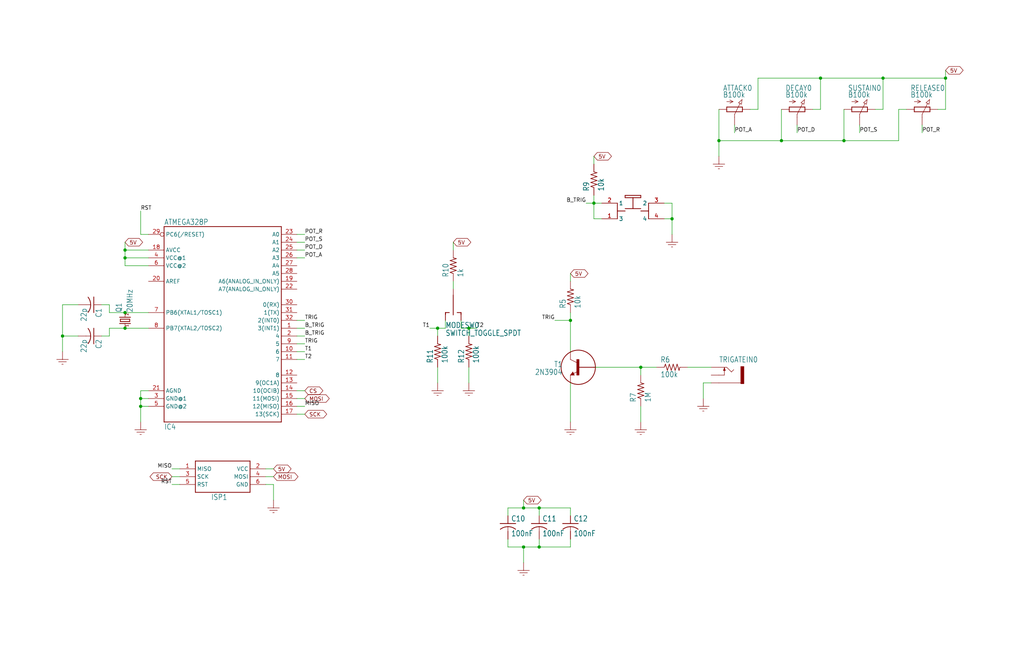
<source format=kicad_sch>
(kicad_sch (version 20230121) (generator eeschema)
  (paper "User" 332.842 210.007)
  (lib_symbols
    (symbol "Pure ADSR-eagle-import:CAPACITOR-USC0805"
      (property "Reference" "C" (at 1.016 0.635 0))
      (symbol "CAPACITOR-USC0805_1_0"
        (arc (start 0 -1.0161) (mid -1.302 -1.2303) (end -2.4668 -1.8504) (stroke (width 0.254)))
        (polyline (pts (xy -2.54 0) (xy 2.54 0)) (stroke (width 0.254)))
        (polyline (pts (xy 0 -1.0161) (xy 0 -2.54)) (stroke (width 0.1524)))
        (polyline (pts (xy 0 -1.016) (xy 0 -1.0161)) (stroke (width 0.1524)))
        (arc (start 2.4892 -1.8541) (mid 1.3158 -1.2194) (end 0 -1) (stroke (width 0.254)))
        (pin passive line (at 0 2.54 270) (length 2.54) (name "1") (number "1"))
        (pin passive line (at 0 -5.08 90) (length 2.54) (name "2") (number "2"))
      )
    )
    (symbol "Pure ADSR-eagle-import:CRYSTALHC49UP"
      (property "Reference" "Q" (at 2.54 1.016 0))
      (symbol "CRYSTALHC49UP_1_0"
        (polyline (pts (xy -2.54 0) (xy -1.016 0)) (stroke (width 0.1524)))
        (polyline (pts (xy -1.016 1.778) (xy -1.016 -1.778)) (stroke (width 0.254)))
        (polyline (pts (xy -0.381 -1.524) (xy 0.381 -1.524)) (stroke (width 0.254)))
        (polyline (pts (xy -0.381 1.524) (xy -0.381 -1.524)) (stroke (width 0.254)))
        (polyline (pts (xy 0.381 -1.524) (xy 0.381 1.524)) (stroke (width 0.254)))
        (polyline (pts (xy 0.381 1.524) (xy -0.381 1.524)) (stroke (width 0.254)))
        (polyline (pts (xy 1.016 0) (xy 2.54 0)) (stroke (width 0.1524)))
        (polyline (pts (xy 1.016 1.778) (xy 1.016 -1.778)) (stroke (width 0.254)))
        (text "1" (at -2.159 -1.143 0) (effects (font (size 0.8636 0.734)) (justify left bottom)))
        (text "2" (at 1.524 -1.143 0) (effects (font (size 0.8636 0.734)) (justify left bottom)))
        (pin passive line (at -2.54 0 0) (length 0) (name "1") (number "1"))
        (pin passive line (at 2.54 0 180) (length 0) (name "2") (number "2"))
      )
    )
    (symbol "Pure ADSR-eagle-import:GND" (power)
      (symbol "GND_1_0"
        (polyline (pts (xy -1.905 -2.54) (xy 0 -2.54)) (stroke (width 0.1524)))
        (polyline (pts (xy -1.27 -3.302) (xy 1.27 -3.302)) (stroke (width 0.1524)))
        (polyline (pts (xy 0 -2.54) (xy 1.905 -2.54)) (stroke (width 0.1524)))
        (polyline (pts (xy 0.254 -4.064) (xy -0.254 -4.064)) (stroke (width 0.1524)))
        (pin power_in line (at 0 0 270) (length 2.54) (name "GND") (number "1"))
      )
    )
    (symbol "Pure ADSR-eagle-import:HEADER2X3-6"
      (property "Reference" "ISP" (at -2.54 -7.62 0))
      (symbol "HEADER2X3-6_1_0"
        (polyline (pts (xy -7.62 -5.08) (xy -7.62 5.08)) (stroke (width 0.254)))
        (polyline (pts (xy -7.62 5.08) (xy 10.16 5.08)) (stroke (width 0.254)))
        (polyline (pts (xy 10.16 -5.08) (xy -7.62 -5.08)) (stroke (width 0.254)))
        (polyline (pts (xy 10.16 5.08) (xy 10.16 -5.08)) (stroke (width 0.254)))
        (pin input line (at -12.7 2.54 0) (length 5.08) (name "MISO") (number "1"))
        (pin power_in line (at 15.24 2.54 180) (length 5.08) (name "VCC") (number "2"))
        (pin output line (at -12.7 0 0) (length 5.08) (name "SCK") (number "3"))
        (pin output line (at 15.24 0 180) (length 5.08) (name "MOSI") (number "4"))
        (pin output line (at -12.7 -2.54 0) (length 5.08) (name "RST") (number "5"))
        (pin power_in line (at 15.24 -2.54 180) (length 5.08) (name "GND") (number "6"))
      )
    )
    (symbol "Pure ADSR-eagle-import:MICROPROCESSOR_ATMEGA328_SMT"
      (property "Reference" "IC" (at -17.78 -38.1 0))
      (symbol "MICROPROCESSOR_ATMEGA328_SMT_1_0"
        (polyline (pts (xy -17.78 -35.56) (xy -17.78 27.94)) (stroke (width 0.254)))
        (polyline (pts (xy -17.78 27.94) (xy 20.32 27.94)) (stroke (width 0.254)))
        (polyline (pts (xy 20.32 -35.56) (xy -17.78 -35.56)) (stroke (width 0.254)))
        (polyline (pts (xy 20.32 27.94) (xy 20.32 -35.56)) (stroke (width 0.254)))
        (pin bidirectional line (at 25.4 -5.08 180) (length 5.08) (name "3(INT1)") (number "1"))
        (pin bidirectional line (at 25.4 -12.7 180) (length 5.08) (name "6") (number "10"))
        (pin bidirectional line (at 25.4 -15.24 180) (length 5.08) (name "7") (number "11"))
        (pin bidirectional line (at 25.4 -20.32 180) (length 5.08) (name "8") (number "12"))
        (pin bidirectional line (at 25.4 -22.86 180) (length 5.08) (name "9(OC1A)") (number "13"))
        (pin bidirectional line (at 25.4 -25.4 180) (length 5.08) (name "10(OCIB)") (number "14"))
        (pin bidirectional line (at 25.4 -27.94 180) (length 5.08) (name "11(MOSI)") (number "15"))
        (pin bidirectional line (at 25.4 -30.48 180) (length 5.08) (name "12(MISO)") (number "16"))
        (pin bidirectional line (at 25.4 -33.02 180) (length 5.08) (name "13(SCK)") (number "17"))
        (pin bidirectional line (at -22.86 20.32 0) (length 5.08) (name "AVCC") (number "18"))
        (pin bidirectional line (at 25.4 10.16 180) (length 5.08) (name "A6(ANALOG_IN_ONLY)") (number "19"))
        (pin bidirectional line (at 25.4 -7.62 180) (length 5.08) (name "4") (number "2"))
        (pin bidirectional line (at -22.86 10.16 0) (length 5.08) (name "AREF") (number "20"))
        (pin bidirectional line (at -22.86 -25.4 0) (length 5.08) (name "AGND") (number "21"))
        (pin bidirectional line (at 25.4 7.62 180) (length 5.08) (name "A7(ANALOG_IN_ONLY)") (number "22"))
        (pin bidirectional line (at 25.4 25.4 180) (length 5.08) (name "A0") (number "23"))
        (pin bidirectional line (at 25.4 22.86 180) (length 5.08) (name "A1") (number "24"))
        (pin bidirectional line (at 25.4 20.32 180) (length 5.08) (name "A2") (number "25"))
        (pin bidirectional line (at 25.4 17.78 180) (length 5.08) (name "A3") (number "26"))
        (pin bidirectional line (at 25.4 15.24 180) (length 5.08) (name "A4") (number "27"))
        (pin bidirectional line (at 25.4 12.7 180) (length 5.08) (name "A5") (number "28"))
        (pin bidirectional inverted (at -22.86 25.4 0) (length 5.08) (name "PC6(/RESET)") (number "29"))
        (pin bidirectional line (at -22.86 -27.94 0) (length 5.08) (name "GND@1") (number "3"))
        (pin bidirectional line (at 25.4 2.54 180) (length 5.08) (name "0(RX)") (number "30"))
        (pin bidirectional line (at 25.4 0 180) (length 5.08) (name "1(TX)") (number "31"))
        (pin bidirectional line (at 25.4 -2.54 180) (length 5.08) (name "2(INT0)") (number "32"))
        (pin bidirectional line (at -22.86 17.78 0) (length 5.08) (name "VCC@1") (number "4"))
        (pin bidirectional line (at -22.86 -30.48 0) (length 5.08) (name "GND@2") (number "5"))
        (pin bidirectional line (at -22.86 15.24 0) (length 5.08) (name "VCC@2") (number "6"))
        (pin bidirectional line (at -22.86 0 0) (length 5.08) (name "PB6(XTAL1/TOSC1)") (number "7"))
        (pin bidirectional line (at -22.86 -5.08 0) (length 5.08) (name "PB7(XTAL2/TOSC2)") (number "8"))
        (pin bidirectional line (at 25.4 -10.16 180) (length 5.08) (name "5") (number "9"))
      )
    )
    (symbol "Pure ADSR-eagle-import:RESISTOR_USR0805"
      (property "Reference" "R" (at -3.81 1.4986 0))
      (symbol "RESISTOR_USR0805_1_0"
        (polyline (pts (xy -2.54 0) (xy -2.159 1.016)) (stroke (width 0.2032)))
        (polyline (pts (xy -2.159 1.016) (xy -1.524 -1.016)) (stroke (width 0.2032)))
        (polyline (pts (xy -1.524 -1.016) (xy -0.889 1.016)) (stroke (width 0.2032)))
        (polyline (pts (xy -0.889 1.016) (xy -0.254 -1.016)) (stroke (width 0.2032)))
        (polyline (pts (xy -0.254 -1.016) (xy 0.381 1.016)) (stroke (width 0.2032)))
        (polyline (pts (xy 0.381 1.016) (xy 1.016 -1.016)) (stroke (width 0.2032)))
        (polyline (pts (xy 1.016 -1.016) (xy 1.651 1.016)) (stroke (width 0.2032)))
        (polyline (pts (xy 1.651 1.016) (xy 2.286 -1.016)) (stroke (width 0.2032)))
        (polyline (pts (xy 2.286 -1.016) (xy 2.54 0)) (stroke (width 0.2032)))
        (pin passive line (at -5.08 0 0) (length 2.54) (name "1") (number "1"))
        (pin passive line (at 5.08 0 180) (length 2.54) (name "2") (number "2"))
      )
    )
    (symbol "Pure ADSR-eagle-import:RESISTOR_VARIABLE9MM_POT"
      (property "Reference" "VR" (at -3.81 5.969 0))
      (symbol "RESISTOR_VARIABLE9MM_POT_1_0"
        (polyline (pts (xy -2.54 -0.762) (xy 2.54 -0.762)) (stroke (width 0.254)))
        (polyline (pts (xy -2.54 0.762) (xy -2.54 -0.762)) (stroke (width 0.254)))
        (polyline (pts (xy -2.54 2.54) (xy -0.508 2.54)) (stroke (width 0.1524)))
        (polyline (pts (xy -0.508 2.54) (xy -1.524 2.032)) (stroke (width 0.1524)))
        (polyline (pts (xy -0.508 2.54) (xy -1.524 3.048)) (stroke (width 0.1524)))
        (polyline (pts (xy 0 -2.54) (xy 0 -1.651)) (stroke (width 0.1524)))
        (polyline (pts (xy 0 -1.651) (xy 1.7526 1.8796)) (stroke (width 0.1524)))
        (polyline (pts (xy 1.2939 2.1597) (xy 2.2352 1.7018)) (stroke (width 0.1524)))
        (polyline (pts (xy 1.2939 2.1597) (xy 2.4495 3.1989)) (stroke (width 0.1524)))
        (polyline (pts (xy 2.4495 3.1989) (xy 2.2352 1.7018)) (stroke (width 0.1524)))
        (polyline (pts (xy 2.54 -0.762) (xy 2.54 0.762)) (stroke (width 0.254)))
        (polyline (pts (xy 2.54 0.762) (xy -2.54 0.762)) (stroke (width 0.254)))
        (pin passive line (at -5.08 0 0) (length 2.54) (name "1") (number "P$1"))
        (pin passive line (at 0 -5.08 90) (length 2.54) (name "2") (number "P$2"))
        (pin passive line (at 5.08 0 180) (length 2.54) (name "3") (number "P$3"))
      )
    )
    (symbol "Pure ADSR-eagle-import:SOCKET_MONO_3.5MMPJ301M-12"
      (property "Reference" "JK" (at -2.54 4.064 0))
      (symbol "SOCKET_MONO_3.5MMPJ301M-12_1_0"
        (polyline (pts (xy -2.54 -2.54) (xy 4.572 -2.54)) (stroke (width 0.1524)))
        (polyline (pts (xy -2.54 0) (xy -0.762 0)) (stroke (width 0.1524)))
        (polyline (pts (xy -2.54 2.54) (xy 0 2.54)) (stroke (width 0.1524)))
        (polyline (pts (xy -1.016 1.524) (xy -0.508 1.524)) (stroke (width 0.254)))
        (polyline (pts (xy -0.762 0) (xy -0.762 2.286)) (stroke (width 0.1524)))
        (polyline (pts (xy -0.762 2.286) (xy -1.016 1.524)) (stroke (width 0.254)))
        (polyline (pts (xy -0.508 1.524) (xy -0.762 2.286)) (stroke (width 0.254)))
        (polyline (pts (xy 0 2.54) (xy 1.524 1.016)) (stroke (width 0.1524)))
        (polyline (pts (xy 1.524 1.016) (xy 2.286 1.778)) (stroke (width 0.1524)))
        (rectangle (start 4.572 2.794) (end 5.588 -2.794) (fill (type outline)))
        (pin passive line (at -5.08 -2.54 0) (length 2.54) (name "SLEEVE") (number "GND"))
        (pin passive line (at -5.08 0 0) (length 2.54) (name "SWITCH") (number "NORM"))
        (pin passive line (at -5.08 2.54 0) (length 2.54) (name "TIP") (number "TIP"))
      )
    )
    (symbol "Pure ADSR-eagle-import:SWITCH_PUSHBUTTON_LED"
      (symbol "SWITCH_PUSHBUTTON_LED_1_0"
        (polyline (pts (xy -5.08 -2.54) (xy -5.08 -5.08)) (stroke (width 0.254)))
        (polyline (pts (xy -5.08 -2.54) (xy -2.54 -2.54)) (stroke (width 0.254)))
        (polyline (pts (xy -5.08 0) (xy -5.08 -2.54)) (stroke (width 0.254)))
        (polyline (pts (xy -2.54 -1.778) (xy 0 -1.778)) (stroke (width 0.254)))
        (polyline (pts (xy -2.54 1.778) (xy 0 1.778)) (stroke (width 0.254)))
        (polyline (pts (xy -2.54 2.54) (xy -2.54 1.778)) (stroke (width 0.254)))
        (polyline (pts (xy 0 -1.778) (xy 0 1.778)) (stroke (width 0.254)))
        (polyline (pts (xy 0 -1.778) (xy 2.54 -1.778)) (stroke (width 0.254)))
        (polyline (pts (xy 0 1.778) (xy 2.54 1.778)) (stroke (width 0.254)))
        (polyline (pts (xy 2.54 -2.54) (xy 5.08 -2.54)) (stroke (width 0.254)))
        (polyline (pts (xy 2.54 1.778) (xy 2.54 2.54)) (stroke (width 0.254)))
        (polyline (pts (xy 2.54 2.54) (xy -2.54 2.54)) (stroke (width 0.254)))
        (polyline (pts (xy 5.08 -2.54) (xy 5.08 -5.08)) (stroke (width 0.254)))
        (polyline (pts (xy 5.08 0) (xy 5.08 -2.54)) (stroke (width 0.254)))
        (pin bidirectional line (at -10.16 -5.08 0) (length 5.08) (name "3") (number "1"))
        (pin bidirectional line (at -10.16 0 0) (length 5.08) (name "1") (number "2"))
        (pin bidirectional line (at 10.16 0 180) (length 5.08) (name "2") (number "3"))
        (pin bidirectional line (at 10.16 -5.08 180) (length 5.08) (name "4") (number "4"))
      )
      (symbol "SWITCH_PUSHBUTTON_LED_2_0"
        (polyline (pts (xy -2.032 -0.762) (xy -3.429 -2.159)) (stroke (width 0.1524)))
        (polyline (pts (xy -1.905 -1.905) (xy -3.302 -3.302)) (stroke (width 0.1524)))
        (polyline (pts (xy 0 -2.54) (xy -1.27 -2.54)) (stroke (width 0.254)))
        (polyline (pts (xy 0 -2.54) (xy -1.27 0)) (stroke (width 0.254)))
        (polyline (pts (xy 0 0) (xy -1.27 0)) (stroke (width 0.254)))
        (polyline (pts (xy 0 0) (xy 0 -2.54)) (stroke (width 0.1524)))
        (polyline (pts (xy 1.27 -2.54) (xy 0 -2.54)) (stroke (width 0.254)))
        (polyline (pts (xy 1.27 0) (xy 0 -2.54)) (stroke (width 0.254)))
        (polyline (pts (xy 1.27 0) (xy 0 0)) (stroke (width 0.254)))
        (polyline (pts (xy -3.429 -2.159) (xy -3.048 -1.27) (xy -2.54 -1.778)) (stroke (width 0.1524)) (fill (type outline)))
        (polyline (pts (xy -3.302 -3.302) (xy -2.921 -2.413) (xy -2.413 -2.921)) (stroke (width 0.1524)) (fill (type outline)))
        (pin passive line (at 0 2.54 270) (length 2.54) (name "A") (number "A"))
        (pin passive line (at 0 -5.08 90) (length 2.54) (name "C") (number "K"))
      )
    )
    (symbol "Pure ADSR-eagle-import:SWITCH_TOGGLE_SPDT"
      (property "Reference" "SW" (at -5.08 -5.08 0))
      (symbol "SWITCH_TOGGLE_SPDT_1_0"
        (polyline (pts (xy -5.715 0) (xy 0.762 0)) (stroke (width 0.254)))
        (polyline (pts (xy 0 -2.54) (xy 0.635 -2.54)) (stroke (width 0.254)))
        (polyline (pts (xy 0 -1.27) (xy 0 -2.54)) (stroke (width 0.254)))
        (polyline (pts (xy 0 2.54) (xy 0 1.27)) (stroke (width 0.254)))
        (polyline (pts (xy 0 2.54) (xy 0.635 2.54)) (stroke (width 0.254)))
        (pin passive line (at 2.54 2.54 180) (length 2.54) (name "O") (number "1"))
        (pin passive line (at -7.62 0 0) (length 2.54) (name "P") (number "2"))
        (pin passive line (at 2.54 -2.54 180) (length 2.54) (name "S") (number "3"))
      )
    )
    (symbol "Pure ADSR-eagle-import:TRANSISTOR_NPNMMBT2222A"
      (property "Reference" "Q" (at 5.08 0 0))
      (symbol "TRANSISTOR_NPNMMBT2222A_1_0"
        (rectangle (start -0.254 -2.54) (end 0.508 2.54) (fill (type outline)))
        (polyline (pts (xy -5.588 0) (xy -5.08 0)) (stroke (width 0.254)))
        (polyline (pts (xy 0 0) (xy -5.08 0)) (stroke (width 0.254)))
        (polyline (pts (xy 1.27 -2.54) (xy 1.778 -1.524)) (stroke (width 0.1524)))
        (polyline (pts (xy 1.524 -2.413) (xy 2.286 -2.413)) (stroke (width 0.254)))
        (polyline (pts (xy 1.524 -2.286) (xy 1.905 -2.286)) (stroke (width 0.254)))
        (polyline (pts (xy 1.54 -2.04) (xy 0.308 -1.424)) (stroke (width 0.1524)))
        (polyline (pts (xy 1.778 -1.778) (xy 1.524 -2.286)) (stroke (width 0.254)))
        (polyline (pts (xy 1.778 -1.524) (xy 2.54 -2.54)) (stroke (width 0.1524)))
        (polyline (pts (xy 1.905 -2.286) (xy 1.778 -2.032)) (stroke (width 0.254)))
        (polyline (pts (xy 2.286 -2.413) (xy 1.778 -1.778)) (stroke (width 0.254)))
        (polyline (pts (xy 2.54 -2.54) (xy 1.27 -2.54)) (stroke (width 0.1524)))
        (polyline (pts (xy 2.54 2.54) (xy 0.508 1.524)) (stroke (width 0.1524)))
        (circle (center 0 0) (radius 5.5706) (stroke (width 0.254)))
        (pin passive line (at -5.588 0 0) (length 2.54) (name "B") (number "1"))
        (pin passive line (at 2.54 -5.08 90) (length 2.54) (name "E") (number "2"))
        (pin passive line (at 2.54 5.08 270) (length 2.54) (name "C") (number "3"))
      )
    )
  )
  (junction (at 185.42 104.14))
  (junction (at 233.68 45.72))
  (junction (at 170.18 177.8))
  (junction (at 287.02 25.4))
  (junction (at 152.4 106.68))
  (junction (at 307.34 25.4))
  (junction (at 40.64 106.68))
  (junction (at 45.72 132.08))
  (junction (at 40.64 83.82))
  (junction (at 274.32 45.72))
  (junction (at 218.44 71.12))
  (junction (at 45.72 129.54))
  (junction (at 40.64 101.6))
  (junction (at 254 45.72))
  (junction (at 193.04 66.04))
  (junction (at 175.26 177.8))
  (junction (at 266.7 25.4))
  (junction (at 175.26 165.1))
  (junction (at 142.24 106.68))
  (junction (at 20.32 109.22))
  (junction (at 208.28 119.38))
  (junction (at 40.64 81.28))
  (junction (at 170.18 165.1))
  (wire (pts (xy 233.68 45.72) (xy 233.68 35.56)) (stroke (width 0.1524)))
  (wire (pts (xy 20.32 99.06) (xy 20.32 109.22)) (stroke (width 0.1524)))
  (wire (pts (xy 147.32 78.74) (xy 147.32 81.28)) (stroke (width 0.1524)))
  (wire (pts (xy 142.24 119.38) (xy 142.24 124.46)) (stroke (width 0.1524)))
  (wire (pts (xy 165.1 175.26) (xy 165.1 177.8)) (stroke (width 0.1524)))
  (wire (pts (xy 233.68 45.72) (xy 233.68 50.8)) (stroke (width 0.1524)))
  (wire (pts (xy 58.42 152.4) (xy 55.88 152.4)) (stroke (width 0.1524)))
  (wire (pts (xy 88.9 157.48) (xy 88.9 162.56)) (stroke (width 0.1524)))
  (wire (pts (xy 152.4 106.68) (xy 154.94 106.68)) (stroke (width 0.1524)))
  (wire (pts (xy 279.4 40.64) (xy 279.4 43.18)) (stroke (width 0.1524)))
  (wire (pts (xy 165.1 165.1) (xy 165.1 167.64)) (stroke (width 0.1524)))
  (wire (pts (xy 25.4 99.06) (xy 20.32 99.06)) (stroke (width 0.1524)))
  (wire (pts (xy 142.24 106.68) (xy 142.24 109.22)) (stroke (width 0.1524)))
  (wire (pts (xy 193.04 71.12) (xy 193.04 66.04)) (stroke (width 0.1524)))
  (wire (pts (xy 231.14 119.38) (xy 223.52 119.38)) (stroke (width 0.1524)))
  (wire (pts (xy 218.44 66.04) (xy 218.44 71.12)) (stroke (width 0.1524)))
  (wire (pts (xy 48.26 76.2) (xy 45.72 76.2)) (stroke (width 0.1524)))
  (wire (pts (xy 20.32 109.22) (xy 20.32 114.3)) (stroke (width 0.1524)))
  (wire (pts (xy 175.26 165.1) (xy 175.26 167.64)) (stroke (width 0.1524)))
  (wire (pts (xy 40.64 81.28) (xy 40.64 78.74)) (stroke (width 0.1524)))
  (wire (pts (xy 96.52 78.74) (xy 99.06 78.74)) (stroke (width 0.1524)))
  (wire (pts (xy 185.42 104.14) (xy 180.34 104.14)) (stroke (width 0.1524)))
  (wire (pts (xy 144.78 106.68) (xy 142.24 106.68)) (stroke (width 0.1524)))
  (wire (pts (xy 246.38 35.56) (xy 246.38 25.4)) (stroke (width 0.1524)))
  (wire (pts (xy 215.9 71.12) (xy 218.44 71.12)) (stroke (width 0.1524)))
  (wire (pts (xy 86.36 152.4) (xy 88.9 152.4)) (stroke (width 0.1524)))
  (wire (pts (xy 170.18 165.1) (xy 175.26 165.1)) (stroke (width 0.1524)))
  (wire (pts (xy 40.64 101.6) (xy 35.56 101.6)) (stroke (width 0.1524)))
  (wire (pts (xy 45.72 127) (xy 45.72 129.54)) (stroke (width 0.1524)))
  (wire (pts (xy 284.48 35.56) (xy 287.02 35.56)) (stroke (width 0.1524)))
  (wire (pts (xy 35.56 99.06) (xy 33.02 99.06)) (stroke (width 0.1524)))
  (wire (pts (xy 243.84 35.56) (xy 246.38 35.56)) (stroke (width 0.1524)))
  (wire (pts (xy 96.52 76.2) (xy 99.06 76.2)) (stroke (width 0.1524)))
  (wire (pts (xy 96.52 109.22) (xy 99.06 109.22)) (stroke (width 0.1524)))
  (wire (pts (xy 264.16 35.56) (xy 266.7 35.56)) (stroke (width 0.1524)))
  (wire (pts (xy 48.26 81.28) (xy 40.64 81.28)) (stroke (width 0.1524)))
  (wire (pts (xy 175.26 165.1) (xy 185.42 165.1)) (stroke (width 0.1524)))
  (wire (pts (xy 45.72 129.54) (xy 45.72 132.08)) (stroke (width 0.1524)))
  (wire (pts (xy 287.02 25.4) (xy 266.7 25.4)) (stroke (width 0.1524)))
  (wire (pts (xy 48.26 106.68) (xy 40.64 106.68)) (stroke (width 0.1524)))
  (wire (pts (xy 218.44 71.12) (xy 218.44 76.2)) (stroke (width 0.1524)))
  (wire (pts (xy 147.32 93.98) (xy 147.32 91.44)) (stroke (width 0.1524)))
  (wire (pts (xy 48.26 132.08) (xy 45.72 132.08)) (stroke (width 0.1524)))
  (wire (pts (xy 20.32 109.22) (xy 25.4 109.22)) (stroke (width 0.1524)))
  (wire (pts (xy 274.32 45.72) (xy 274.32 35.56)) (stroke (width 0.1524)))
  (wire (pts (xy 175.26 177.8) (xy 185.42 177.8)) (stroke (width 0.1524)))
  (wire (pts (xy 185.42 104.14) (xy 185.42 114.3)) (stroke (width 0.1524)))
  (wire (pts (xy 292.1 35.56) (xy 292.1 45.72)) (stroke (width 0.1524)))
  (wire (pts (xy 48.26 83.82) (xy 40.64 83.82)) (stroke (width 0.1524)))
  (wire (pts (xy 193.04 66.04) (xy 193.04 63.5)) (stroke (width 0.1524)))
  (wire (pts (xy 170.18 165.1) (xy 170.18 162.56)) (stroke (width 0.1524)))
  (wire (pts (xy 152.4 119.38) (xy 152.4 124.46)) (stroke (width 0.1524)))
  (wire (pts (xy 86.36 157.48) (xy 88.9 157.48)) (stroke (width 0.1524)))
  (wire (pts (xy 208.28 119.38) (xy 208.28 121.92)) (stroke (width 0.1524)))
  (wire (pts (xy 152.4 106.68) (xy 152.4 109.22)) (stroke (width 0.1524)))
  (wire (pts (xy 299.72 40.64) (xy 299.72 43.18)) (stroke (width 0.1524)))
  (wire (pts (xy 292.1 45.72) (xy 274.32 45.72)) (stroke (width 0.1524)))
  (wire (pts (xy 48.26 129.54) (xy 45.72 129.54)) (stroke (width 0.1524)))
  (wire (pts (xy 307.34 35.56) (xy 307.34 25.4)) (stroke (width 0.1524)))
  (wire (pts (xy 58.42 157.48) (xy 55.88 157.48)) (stroke (width 0.1524)))
  (wire (pts (xy 228.6 124.46) (xy 228.6 129.54)) (stroke (width 0.1524)))
  (wire (pts (xy 304.8 35.56) (xy 307.34 35.56)) (stroke (width 0.1524)))
  (wire (pts (xy 193.04 66.04) (xy 190.5 66.04)) (stroke (width 0.1524)))
  (wire (pts (xy 307.34 25.4) (xy 307.34 22.86)) (stroke (width 0.1524)))
  (wire (pts (xy 142.24 106.68) (xy 139.7 106.68)) (stroke (width 0.1524)))
  (wire (pts (xy 238.76 40.64) (xy 238.76 43.18)) (stroke (width 0.1524)))
  (wire (pts (xy 48.26 101.6) (xy 40.64 101.6)) (stroke (width 0.1524)))
  (wire (pts (xy 231.14 124.46) (xy 228.6 124.46)) (stroke (width 0.1524)))
  (wire (pts (xy 96.52 114.3) (xy 99.06 114.3)) (stroke (width 0.1524)))
  (wire (pts (xy 48.26 127) (xy 45.72 127)) (stroke (width 0.1524)))
  (wire (pts (xy 195.58 71.12) (xy 193.04 71.12)) (stroke (width 0.1524)))
  (wire (pts (xy 294.64 35.56) (xy 292.1 35.56)) (stroke (width 0.1524)))
  (wire (pts (xy 287.02 35.56) (xy 287.02 25.4)) (stroke (width 0.1524)))
  (wire (pts (xy 35.56 106.68) (xy 35.56 109.22)) (stroke (width 0.1524)))
  (wire (pts (xy 165.1 165.1) (xy 170.18 165.1)) (stroke (width 0.1524)))
  (wire (pts (xy 149.86 106.68) (xy 152.4 106.68)) (stroke (width 0.1524)))
  (wire (pts (xy 48.26 86.36) (xy 40.64 86.36)) (stroke (width 0.1524)))
  (wire (pts (xy 35.56 109.22) (xy 33.02 109.22)) (stroke (width 0.1524)))
  (wire (pts (xy 254 45.72) (xy 254 35.56)) (stroke (width 0.1524)))
  (wire (pts (xy 45.72 132.08) (xy 45.72 137.16)) (stroke (width 0.1524)))
  (wire (pts (xy 170.18 177.8) (xy 175.26 177.8)) (stroke (width 0.1524)))
  (wire (pts (xy 96.52 111.76) (xy 99.06 111.76)) (stroke (width 0.1524)))
  (wire (pts (xy 185.42 88.9) (xy 185.42 91.44)) (stroke (width 0.1524)))
  (wire (pts (xy 307.34 25.4) (xy 287.02 25.4)) (stroke (width 0.1524)))
  (wire (pts (xy 96.52 104.14) (xy 99.06 104.14)) (stroke (width 0.1524)))
  (wire (pts (xy 40.64 106.68) (xy 35.56 106.68)) (stroke (width 0.1524)))
  (wire (pts (xy 266.7 25.4) (xy 246.38 25.4)) (stroke (width 0.1524)))
  (wire (pts (xy 175.26 177.8) (xy 175.26 175.26)) (stroke (width 0.1524)))
  (wire (pts (xy 185.42 124.46) (xy 185.42 137.16)) (stroke (width 0.1524)))
  (wire (pts (xy 40.64 86.36) (xy 40.64 83.82)) (stroke (width 0.1524)))
  (wire (pts (xy 195.58 66.04) (xy 193.04 66.04)) (stroke (width 0.1524)))
  (wire (pts (xy 274.32 45.72) (xy 254 45.72)) (stroke (width 0.1524)))
  (wire (pts (xy 266.7 35.56) (xy 266.7 25.4)) (stroke (width 0.1524)))
  (wire (pts (xy 254 45.72) (xy 233.68 45.72)) (stroke (width 0.1524)))
  (wire (pts (xy 193.548 119.38) (xy 208.28 119.38)) (stroke (width 0.1524)))
  (wire (pts (xy 96.52 106.68) (xy 99.06 106.68)) (stroke (width 0.1524)))
  (wire (pts (xy 185.42 101.6) (xy 185.42 104.14)) (stroke (width 0.1524)))
  (wire (pts (xy 45.72 76.2) (xy 45.72 68.58)) (stroke (width 0.1524)))
  (wire (pts (xy 96.52 83.82) (xy 99.06 83.82)) (stroke (width 0.1524)))
  (wire (pts (xy 193.04 50.8) (xy 193.04 53.34)) (stroke (width 0.1524)))
  (wire (pts (xy 165.1 177.8) (xy 170.18 177.8)) (stroke (width 0.1524)))
  (wire (pts (xy 96.52 116.84) (xy 99.06 116.84)) (stroke (width 0.1524)))
  (wire (pts (xy 149.86 104.14) (xy 149.86 106.68)) (stroke (width 0.1524)))
  (wire (pts (xy 208.28 132.08) (xy 208.28 137.16)) (stroke (width 0.1524)))
  (wire (pts (xy 96.52 81.28) (xy 99.06 81.28)) (stroke (width 0.1524)))
  (wire (pts (xy 58.42 154.94) (xy 55.88 154.94)) (stroke (width 0.1524)))
  (wire (pts (xy 259.08 40.64) (xy 259.08 43.18)) (stroke (width 0.1524)))
  (wire (pts (xy 40.64 83.82) (xy 40.64 81.28)) (stroke (width 0.1524)))
  (wire (pts (xy 96.52 132.08) (xy 99.06 132.08)) (stroke (width 0.1524)))
  (wire (pts (xy 185.42 177.8) (xy 185.42 175.26)) (stroke (width 0.1524)))
  (wire (pts (xy 213.36 119.38) (xy 208.28 119.38)) (stroke (width 0.1524)))
  (wire (pts (xy 86.36 154.94) (xy 88.9 154.94)) (stroke (width 0.1524)))
  (wire (pts (xy 96.52 129.54) (xy 99.06 129.54)) (stroke (width 0.1524)))
  (wire (pts (xy 96.52 127) (xy 99.06 127)) (stroke (width 0.1524)))
  (wire (pts (xy 215.9 66.04) (xy 218.44 66.04)) (stroke (width 0.1524)))
  (wire (pts (xy 170.18 177.8) (xy 170.18 182.88)) (stroke (width 0.1524)))
  (wire (pts (xy 185.42 165.1) (xy 185.42 167.64)) (stroke (width 0.1524)))
  (wire (pts (xy 144.78 104.14) (xy 144.78 106.68)) (stroke (width 0.1524)))
  (wire (pts (xy 35.56 101.6) (xy 35.56 99.06)) (stroke (width 0.1524)))
  (wire (pts (xy 96.52 134.62) (xy 99.06 134.62)) (stroke (width 0.1524)))
  (label "B_TRIG" (at 190.5 66.04 180) (effects (font (size 1.2446 1.2446))))
  (label "POT_A" (at 99.06 83.82 0) (effects (font (size 1.2446 1.2446))))
  (label "POT_D" (at 99.06 81.28 0) (effects (font (size 1.2446 1.2446))))
  (label "POT_S" (at 99.06 78.74 0) (effects (font (size 1.2446 1.2446))))
  (label "POT_R" (at 99.06 76.2 0) (effects (font (size 1.2446 1.2446))))
  (label "RST" (at 45.72 68.58 0) (effects (font (size 1.2446 1.2446))))
  (label "T1" (at 139.7 106.68 180) (effects (font (size 1.2446 1.2446))))
  (label "B_TRIG" (at 99.06 109.22 0) (effects (font (size 1.2446 1.2446))))
  (label "POT_D" (at 259.08 43.18 0) (effects (font (size 1.2446 1.2446))))
  (label "T2" (at 154.94 106.68 0) (effects (font (size 1.2446 1.2446))))
  (label "POT_S" (at 279.4 43.18 0) (effects (font (size 1.2446 1.2446))))
  (label "POT_A" (at 238.76 43.18 0) (effects (font (size 1.2446 1.2446))))
  (label "MISO" (at 55.88 152.4 180) (effects (font (size 1.2446 1.2446))))
  (label "B_TRIG" (at 99.06 106.68 0) (effects (font (size 1.2446 1.2446))))
  (label "T2" (at 99.06 116.84 0) (effects (font (size 1.2446 1.2446))))
  (label "MISO" (at 99.06 132.08 0) (effects (font (size 1.2446 1.2446))))
  (label "TRIG" (at 180.34 104.14 180) (effects (font (size 1.2446 1.2446))))
  (label "RST" (at 55.88 157.48 180) (effects (font (size 1.2446 1.2446))))
  (label "T1" (at 99.06 114.3 0) (effects (font (size 1.2446 1.2446))))
  (label "POT_R" (at 299.72 43.18 0) (effects (font (size 1.2446 1.2446))))
  (label "TRIG" (at 99.06 104.14 0) (effects (font (size 1.2446 1.2446))))
  (label "TRIG" (at 99.06 111.76 0) (effects (font (size 1.2446 1.2446))))
  (global_label "5V" (shape bidirectional) (at 193.04 50.8 0) (effects (font (size 1.2446 1.2446))) (property "Intersheetrefs" "${INTERSHEET_REFS}" (effects hide)))
  (global_label "CS" (shape bidirectional) (at 99.06 127 0) (effects (font (size 1.2446 1.2446))) (property "Intersheetrefs" "${INTERSHEET_REFS}" (effects hide)))
  (global_label "5V" (shape bidirectional) (at 40.64 78.74 0) (effects (font (size 1.2446 1.2446))) (property "Intersheetrefs" "${INTERSHEET_REFS}" (effects hide)))
  (global_label "SCK" (shape bidirectional) (at 99.06 134.62 0) (effects (font (size 1.2446 1.2446))) (property "Intersheetrefs" "${INTERSHEET_REFS}" (effects hide)))
  (global_label "SCK" (shape bidirectional) (at 55.88 154.94 180) (effects (font (size 1.2446 1.2446))) (property "Intersheetrefs" "${INTERSHEET_REFS}" (effects hide)))
  (global_label "5V" (shape bidirectional) (at 307.34 22.86 0) (effects (font (size 1.2446 1.2446))) (property "Intersheetrefs" "${INTERSHEET_REFS}" (effects hide)))
  (global_label "5V" (shape bidirectional) (at 88.9 152.4 0) (effects (font (size 1.2446 1.2446))) (property "Intersheetrefs" "${INTERSHEET_REFS}" (effects hide)))
  (global_label "MOSI" (shape bidirectional) (at 99.06 129.54 0) (effects (font (size 1.2446 1.2446))) (property "Intersheetrefs" "${INTERSHEET_REFS}" (effects hide)))
  (global_label "MOSI" (shape bidirectional) (at 88.9 154.94 0) (effects (font (size 1.2446 1.2446))) (property "Intersheetrefs" "${INTERSHEET_REFS}" (effects hide)))
  (global_label "5V" (shape bidirectional) (at 185.42 88.9 0) (effects (font (size 1.2446 1.2446))) (property "Intersheetrefs" "${INTERSHEET_REFS}" (effects hide)))
  (global_label "5V" (shape bidirectional) (at 170.18 162.56 0) (effects (font (size 1.2446 1.2446))) (property "Intersheetrefs" "${INTERSHEET_REFS}" (effects hide)))
  (global_label "5V" (shape bidirectional) (at 147.32 78.74 0) (effects (font (size 1.2446 1.2446))) (property "Intersheetrefs" "${INTERSHEET_REFS}" (effects hide)))
  (symbol (lib_id "Pure ADSR-eagle-import:CAPACITOR-USC0805") (at 165.1 170.18 0) (unit 1)
    (property "Reference" "C10" (at 166.116 169.545 0) (effects (font (size 1.778 1.5113)) (justify left bottom)))
    (property "Value" "100nF" (at 166.116 174.371 0) (effects (font (size 1.778 1.5113)) (justify left bottom)))
    (property "Footprint" "Pure ADSR:C0805" (effects hide))
  )
  (symbol (lib_id "Pure ADSR-eagle-import:GND") (at 152.4 124.46 0) (unit 1)
    (property "Reference" "#GND15" (effects hide))
    (property "Value" "GND" (effects hide))
  )
  (symbol (lib_id "Pure ADSR-eagle-import:RESISTOR_VARIABLE9MM_POT") (at 299.72 35.56 0) (unit 1)
    (property "Reference" "RELEASE0" (at 295.91 29.591 0) (effects (font (size 1.778 1.5113)) (justify left bottom)))
    (property "Value" "B100k" (at 295.91 31.75 0) (effects (font (size 1.778 1.5113)) (justify left bottom)))
    (property "Footprint" "Pure ADSR:POTENTIOMETER_9MM" (effects hide))
  )
  (symbol (lib_id "Pure ADSR-eagle-import:GND") (at 45.72 137.16 0) (unit 1)
    (property "Reference" "#GND2" (effects hide))
    (property "Value" "GND" (effects hide))
  )
  (symbol (lib_id "Pure ADSR-eagle-import:GND") (at 233.68 50.8 0) (unit 1)
    (property "Reference" "#GND9" (effects hide))
    (property "Value" "GND" (effects hide))
  )
  (symbol (lib_id "Pure ADSR-eagle-import:GND") (at 228.6 129.54 0) (unit 1)
    (property "Reference" "#GND12" (effects hide))
    (property "Value" "GND" (effects hide))
  )
  (symbol (lib_id "Pure ADSR-eagle-import:RESISTOR_VARIABLE9MM_POT") (at 259.08 35.56 0) (unit 1)
    (property "Reference" "DECAY0" (at 255.27 29.591 0) (effects (font (size 1.778 1.5113)) (justify left bottom)))
    (property "Value" "B100k" (at 255.27 31.75 0) (effects (font (size 1.778 1.5113)) (justify left bottom)))
    (property "Footprint" "Pure ADSR:POTENTIOMETER_9MM" (effects hide))
  )
  (symbol (lib_id "Pure ADSR-eagle-import:CRYSTALHC49UP") (at 40.64 104.14 90) (unit 1)
    (property "Reference" "Q1" (at 39.624 101.6 0) (effects (font (size 1.778 1.5113)) (justify left bottom)))
    (property "Value" "20MHz" (at 43.18 101.6 0) (effects (font (size 1.778 1.5113)) (justify left bottom)))
    (property "Footprint" "Pure ADSR:HC49UP" (effects hide))
  )
  (symbol (lib_id "Pure ADSR-eagle-import:MICROPROCESSOR_ATMEGA328_SMT") (at 71.12 101.6 0) (unit 1)
    (property "Reference" "IC4" (at 53.34 139.7 0) (effects (font (size 1.778 1.5113)) (justify left bottom)))
    (property "Value" "ATMEGA328P" (at 53.34 73.152 0) (effects (font (size 1.778 1.5113)) (justify left bottom)))
    (property "Footprint" "Pure ADSR:TQFP32-08" (effects hide))
  )
  (symbol (lib_id "Pure ADSR-eagle-import:SWITCH_PUSHBUTTON_LED") (at 205.74 66.04 0) (unit 1)
    (property "Reference" "TRIGGER0" (effects hide))
    (property "Value" "PB6149L-5" (effects hide))
    (property "Footprint" "Pure ADSR:PB6149L" (effects hide))
  )
  (symbol (lib_id "Pure ADSR-eagle-import:HEADER2X3-6") (at 71.12 154.94 0) (unit 1)
    (property "Reference" "ISP1" (at 68.58 162.56 0) (effects (font (size 1.778 1.5113)) (justify left bottom)))
    (property "Value" "HEADER2X3-6" (effects hide))
    (property "Footprint" "Pure ADSR:AVRISP" (effects hide))
  )
  (symbol (lib_id "Pure ADSR-eagle-import:CAPACITOR-USC0805") (at 185.42 170.18 0) (unit 1)
    (property "Reference" "C12" (at 186.436 169.545 0) (effects (font (size 1.778 1.5113)) (justify left bottom)))
    (property "Value" "100nF" (at 186.436 174.371 0) (effects (font (size 1.778 1.5113)) (justify left bottom)))
    (property "Footprint" "Pure ADSR:C0805" (effects hide))
  )
  (symbol (lib_id "Pure ADSR-eagle-import:RESISTOR_USR0805") (at 147.32 86.36 90) (unit 1)
    (property "Reference" "R10" (at 145.8214 90.17 0) (effects (font (size 1.778 1.5113)) (justify left bottom)))
    (property "Value" "1k" (at 150.622 90.17 0) (effects (font (size 1.778 1.5113)) (justify left bottom)))
    (property "Footprint" "Pure ADSR:R0805" (effects hide))
  )
  (symbol (lib_id "Pure ADSR-eagle-import:GND") (at 20.32 114.3 0) (unit 1)
    (property "Reference" "#GND1" (effects hide))
    (property "Value" "GND" (effects hide))
  )
  (symbol (lib_id "Pure ADSR-eagle-import:RESISTOR_USR0805") (at 152.4 114.3 90) (unit 1)
    (property "Reference" "R12" (at 150.9014 118.11 0) (effects (font (size 1.778 1.5113)) (justify left bottom)))
    (property "Value" "100k" (at 155.702 118.11 0) (effects (font (size 1.778 1.5113)) (justify left bottom)))
    (property "Footprint" "Pure ADSR:R0805" (effects hide))
  )
  (symbol (lib_id "Pure ADSR-eagle-import:CAPACITOR-USC0805") (at 175.26 170.18 0) (unit 1)
    (property "Reference" "C11" (at 176.276 169.545 0) (effects (font (size 1.778 1.5113)) (justify left bottom)))
    (property "Value" "100nF" (at 176.276 174.371 0) (effects (font (size 1.778 1.5113)) (justify left bottom)))
    (property "Footprint" "Pure ADSR:C0805" (effects hide))
  )
  (symbol (lib_id "Pure ADSR-eagle-import:RESISTOR_USR0805") (at 142.24 114.3 90) (unit 1)
    (property "Reference" "R11" (at 140.7414 118.11 0) (effects (font (size 1.778 1.5113)) (justify left bottom)))
    (property "Value" "100k" (at 145.542 118.11 0) (effects (font (size 1.778 1.5113)) (justify left bottom)))
    (property "Footprint" "Pure ADSR:R0805" (effects hide))
  )
  (symbol (lib_id "Pure ADSR-eagle-import:RESISTOR_USR0805") (at 208.28 127 90) (unit 1)
    (property "Reference" "R7" (at 206.7814 130.81 0) (effects (font (size 1.778 1.5113)) (justify left bottom)))
    (property "Value" "1M" (at 211.582 130.81 0) (effects (font (size 1.778 1.5113)) (justify left bottom)))
    (property "Footprint" "Pure ADSR:R0805" (effects hide))
  )
  (symbol (lib_id "Pure ADSR-eagle-import:SWITCH_TOGGLE_SPDT") (at 147.32 101.6 270) (unit 1)
    (property "Reference" "MODESW0" (at 144.78 106.68 90) (effects (font (size 1.778 1.5113)) (justify left bottom)))
    (property "Value" "SWITCH_TOGGLE_SPDT" (at 144.78 109.22 90) (effects (font (size 1.778 1.5113)) (justify left bottom)))
    (property "Footprint" "Pure ADSR:TOGGLE_SW" (effects hide))
  )
  (symbol (lib_id "Pure ADSR-eagle-import:TRANSISTOR_NPNMMBT2222A") (at 187.96 119.38 0) (mirror y) (unit 1)
    (property "Reference" "T1" (at 182.88 119.38 0) (effects (font (size 1.778 1.5113)) (justify left bottom)))
    (property "Value" "2N3904" (at 182.88 121.92 0) (effects (font (size 1.778 1.5113)) (justify left bottom)))
    (property "Footprint" "Pure ADSR:SOT23" (effects hide))
  )
  (symbol (lib_id "Pure ADSR-eagle-import:RESISTOR_USR0805") (at 185.42 96.52 90) (unit 1)
    (property "Reference" "R5" (at 183.9214 100.33 0) (effects (font (size 1.778 1.5113)) (justify left bottom)))
    (property "Value" "10k" (at 188.722 100.33 0) (effects (font (size 1.778 1.5113)) (justify left bottom)))
    (property "Footprint" "Pure ADSR:R0805" (effects hide))
  )
  (symbol (lib_id "Pure ADSR-eagle-import:RESISTOR_VARIABLE9MM_POT") (at 279.4 35.56 0) (unit 1)
    (property "Reference" "SUSTAIN0" (at 275.59 29.591 0) (effects (font (size 1.778 1.5113)) (justify left bottom)))
    (property "Value" "B100k" (at 275.59 31.75 0) (effects (font (size 1.778 1.5113)) (justify left bottom)))
    (property "Footprint" "Pure ADSR:POTENTIOMETER_9MM" (effects hide))
  )
  (symbol (lib_id "Pure ADSR-eagle-import:GND") (at 208.28 137.16 0) (unit 1)
    (property "Reference" "#GND11" (effects hide))
    (property "Value" "GND" (effects hide))
  )
  (symbol (lib_id "Pure ADSR-eagle-import:RESISTOR_USR0805") (at 218.44 119.38 0) (unit 1)
    (property "Reference" "R6" (at 214.63 117.8814 0) (effects (font (size 1.778 1.5113)) (justify left bottom)))
    (property "Value" "100k" (at 214.63 122.682 0) (effects (font (size 1.778 1.5113)) (justify left bottom)))
    (property "Footprint" "Pure ADSR:R0805" (effects hide))
  )
  (symbol (lib_id "Pure ADSR-eagle-import:RESISTOR_VARIABLE9MM_POT") (at 238.76 35.56 0) (unit 1)
    (property "Reference" "ATTACK0" (at 234.95 29.591 0) (effects (font (size 1.778 1.5113)) (justify left bottom)))
    (property "Value" "B100k" (at 234.95 31.75 0) (effects (font (size 1.778 1.5113)) (justify left bottom)))
    (property "Footprint" "Pure ADSR:POTENTIOMETER_9MM" (effects hide))
  )
  (symbol (lib_id "Pure ADSR-eagle-import:GND") (at 185.42 137.16 0) (unit 1)
    (property "Reference" "#GND10" (effects hide))
    (property "Value" "GND" (effects hide))
  )
  (symbol (lib_id "Pure ADSR-eagle-import:GND") (at 88.9 162.56 0) (unit 1)
    (property "Reference" "#GND3" (effects hide))
    (property "Value" "GND" (effects hide))
  )
  (symbol (lib_id "Pure ADSR-eagle-import:RESISTOR_USR0805") (at 193.04 58.42 90) (unit 1)
    (property "Reference" "R9" (at 191.5414 62.23 0) (effects (font (size 1.778 1.5113)) (justify left bottom)))
    (property "Value" "10k" (at 196.342 62.23 0) (effects (font (size 1.778 1.5113)) (justify left bottom)))
    (property "Footprint" "Pure ADSR:R0805" (effects hide))
  )
  (symbol (lib_id "Pure ADSR-eagle-import:GND") (at 218.44 76.2 0) (unit 1)
    (property "Reference" "#GND14" (effects hide))
    (property "Value" "GND" (effects hide))
  )
  (symbol (lib_id "Pure ADSR-eagle-import:GND") (at 170.18 182.88 0) (unit 1)
    (property "Reference" "#GND17" (effects hide))
    (property "Value" "GND" (effects hide))
  )
  (symbol (lib_id "Pure ADSR-eagle-import:SOCKET_MONO_3.5MMPJ301M-12") (at 236.22 121.92 0) (unit 1)
    (property "Reference" "TRIGATEIN0" (at 233.68 117.856 0) (effects (font (size 1.778 1.5113)) (justify left bottom)))
    (property "Value" "SOCKET_MONO_3.5MMPJ301M-12" (effects hide))
    (property "Footprint" "Pure ADSR:PJ301M-12" (effects hide))
  )
  (symbol (lib_id "Pure ADSR-eagle-import:GND") (at 142.24 124.46 0) (unit 1)
    (property "Reference" "#GND16" (effects hide))
    (property "Value" "GND" (effects hide))
  )
  (symbol (lib_id "Pure ADSR-eagle-import:CAPACITOR-USC0805") (at 30.48 109.22 270) (unit 1)
    (property "Reference" "C2" (at 31.115 110.236 0) (effects (font (size 1.778 1.5113)) (justify left bottom)))
    (property "Value" "22p" (at 26.289 110.236 0) (effects (font (size 1.778 1.5113)) (justify left bottom)))
    (property "Footprint" "Pure ADSR:C0805" (effects hide))
  )
  (symbol (lib_id "Pure ADSR-eagle-import:CAPACITOR-USC0805") (at 30.48 99.06 270) (unit 1)
    (property "Reference" "C1" (at 31.115 100.076 0) (effects (font (size 1.778 1.5113)) (justify left bottom)))
    (property "Value" "22p" (at 26.289 100.076 0) (effects (font (size 1.778 1.5113)) (justify left bottom)))
    (property "Footprint" "Pure ADSR:C0805" (effects hide))
  )
)
</source>
